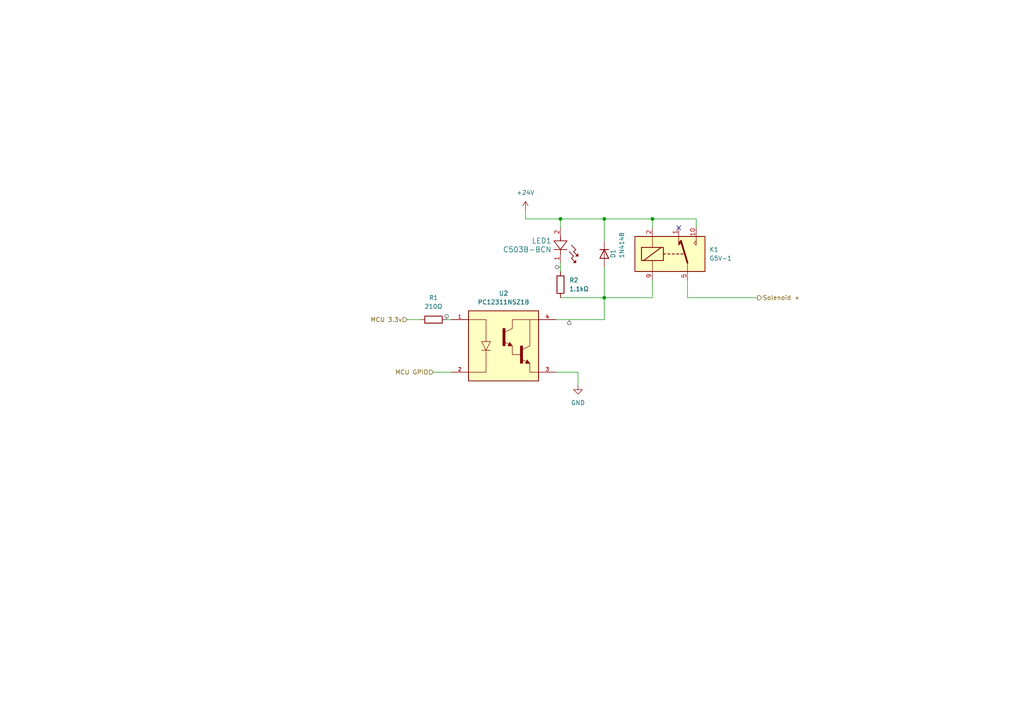
<source format=kicad_sch>
(kicad_sch (version 20230121) (generator eeschema)
  (paper "A4")
  (lib_symbols
    (symbol "CreeLED Blue:C503B-BCN-CV0Z0461" (pin_names (offset 0.254))
      (property "Reference" "LED" (at 5.08 -4.445 0))
      (property "Value" "C503B-BCN" (at 5.08 -7.62 0))
      (symbol "C503B-BCN-CV0Z0461_1_1"
        (polyline (pts (xy 2.54 0) (xy 3.4798 0)) (stroke (width 0.2032)))
        (polyline (pts (xy 3.175 0) (xy 3.81 0)) (stroke (width 0.2032)))
        (polyline (pts (xy 3.81 -1.905) (xy 6.35 0)) (stroke (width 0.2032)))
        (polyline (pts (xy 3.81 1.905) (xy 3.81 -1.905)) (stroke (width 0.2032)))
        (polyline (pts (xy 5.08 3.175) (xy 6.35 4.445)) (stroke (width 0.2032)))
        (polyline (pts (xy 6.35 -1.905) (xy 6.35 1.905)) (stroke (width 0.2032)))
        (polyline (pts (xy 6.35 0) (xy 3.81 1.905)) (stroke (width 0.2032)))
        (polyline (pts (xy 6.35 0) (xy 7.62 0)) (stroke (width 0.2032)))
        (polyline (pts (xy 6.35 4.445) (xy 6.985 3.81)) (stroke (width 0.2032)))
        (polyline (pts (xy 6.985 2.54) (xy 8.255 3.81)) (stroke (width 0.2032)))
        (polyline (pts (xy 6.985 3.81) (xy 8.255 5.08)) (stroke (width 0.2032)))
        (polyline (pts (xy 7.62 5.08) (xy 8.255 4.445)) (stroke (width 0.2032)))
        (polyline (pts (xy 8.255 3.81) (xy 8.89 3.175)) (stroke (width 0.2032)))
        (polyline (pts (xy 8.255 4.445) (xy 8.255 5.08)) (stroke (width 0.2032)))
        (polyline (pts (xy 8.255 5.08) (xy 7.62 5.08)) (stroke (width 0.2032)))
        (polyline (pts (xy 8.89 3.175) (xy 10.16 4.445)) (stroke (width 0.2032)))
        (polyline (pts (xy 9.525 4.445) (xy 10.16 3.81)) (stroke (width 0.2032)))
        (polyline (pts (xy 10.16 3.81) (xy 10.16 4.445)) (stroke (width 0.2032)))
        (polyline (pts (xy 10.16 4.445) (xy 9.525 4.445)) (stroke (width 0.2032)))
        (pin unspecified line (at 10.16 0 180) (length 2.54) (name "") (number "1"))
        (pin unspecified line (at 0 0 0) (length 2.54) (name "") (number "2"))
      )
      (symbol "C503B-BCN-CV0Z0461_1_2"
        (polyline (pts (xy -5.08 7.62) (xy -4.445 8.255)) (stroke (width 0.2032)))
        (polyline (pts (xy -5.08 8.255) (xy -5.08 7.62)) (stroke (width 0.2032)))
        (polyline (pts (xy -4.445 6.35) (xy -3.81 6.985)) (stroke (width 0.2032)))
        (polyline (pts (xy -4.445 8.255) (xy -5.08 8.255)) (stroke (width 0.2032)))
        (polyline (pts (xy -4.445 9.525) (xy -3.81 10.16)) (stroke (width 0.2032)))
        (polyline (pts (xy -4.445 10.16) (xy -4.445 9.525)) (stroke (width 0.2032)))
        (polyline (pts (xy -3.81 6.985) (xy -5.08 8.255)) (stroke (width 0.2032)))
        (polyline (pts (xy -3.81 8.255) (xy -3.175 8.89)) (stroke (width 0.2032)))
        (polyline (pts (xy -3.81 10.16) (xy -4.445 10.16)) (stroke (width 0.2032)))
        (polyline (pts (xy -3.175 5.08) (xy -4.445 6.35)) (stroke (width 0.2032)))
        (polyline (pts (xy -3.175 8.89) (xy -4.445 10.16)) (stroke (width 0.2032)))
        (polyline (pts (xy -2.54 6.985) (xy -3.81 8.255)) (stroke (width 0.2032)))
        (polyline (pts (xy -1.905 3.81) (xy 1.905 3.81)) (stroke (width 0.2032)))
        (polyline (pts (xy 0 2.54) (xy 0 3.4798)) (stroke (width 0.2032)))
        (polyline (pts (xy 0 3.175) (xy 0 3.81)) (stroke (width 0.2032)))
        (polyline (pts (xy 0 6.35) (xy -1.905 3.81)) (stroke (width 0.2032)))
        (polyline (pts (xy 0 6.35) (xy 0 7.62)) (stroke (width 0.2032)))
        (polyline (pts (xy 1.905 3.81) (xy 0 6.35)) (stroke (width 0.2032)))
        (polyline (pts (xy 1.905 6.35) (xy -1.905 6.35)) (stroke (width 0.2032)))
        (pin unspecified line (at 0 10.16 270) (length 2.54) (name "") (number "1"))
        (pin unspecified line (at 0 0 90) (length 2.54) (name "") (number "2"))
      )
    )
    (symbol "Device:R" (pin_numbers hide) (pin_names (offset 0))
      (property "Reference" "R" (at 2.032 0 90))
      (property "Value" "R" (at 0 0 90))
      (symbol "R_0_1"
        (rectangle (start -1.016 -2.54) (end 1.016 2.54) (stroke (width 0.254)))
      )
      (symbol "R_1_1"
        (pin passive line (at 0 3.81 270) (length 1.27) (name "~") (number "1"))
        (pin passive line (at 0 -3.81 90) (length 1.27) (name "~") (number "2"))
      )
    )
    (symbol "Diode:1N4148" (pin_numbers hide) (pin_names hide)
      (property "Reference" "D" (at 0 2.54 0))
      (property "Value" "1N4148" (at 0 -2.54 0))
      (symbol "1N4148_0_1"
        (polyline (pts (xy -1.27 1.27) (xy -1.27 -1.27)) (stroke (width 0.254)))
        (polyline (pts (xy 1.27 0) (xy -1.27 0)))
        (polyline (pts (xy 1.27 1.27) (xy 1.27 -1.27) (xy -1.27 0) (xy 1.27 1.27)) (stroke (width 0.254)))
      )
      (symbol "1N4148_1_1"
        (pin passive line (at -3.81 0 0) (length 2.54) (name "K") (number "1"))
        (pin passive line (at 3.81 0 180) (length 2.54) (name "A") (number "2"))
      )
    )
    (symbol "PC12311NSZ1B:PC12311NSZ1B"
      (property "Reference" "U" (at -11.43 12.7 0))
      (property "Value" "PC12311NSZ1B" (at -11.43 -10.16 0))
      (symbol "PC12311NSZ1B_0_0"
        (rectangle (start -11.43 11.43) (end 8.89 -8.89) (stroke (width 0.254)) (fill (type background)))
        (rectangle (start -1.524 1.27) (end -0.762 6.35) (stroke (width 0.1)) (fill (type outline)))
        (polyline (pts (xy -8.89 -6.35) (xy -11.43 -6.35)) (stroke (width 0.1524)))
        (polyline (pts (xy -8.89 8.89) (xy -11.43 8.89)) (stroke (width 0.1524)))
        (polyline (pts (xy -7.62 2.54) (xy -6.35 0)) (stroke (width 0.1524)))
        (polyline (pts (xy -6.35 -6.35) (xy -8.89 -6.35)) (stroke (width 0.1524)))
        (polyline (pts (xy -6.35 0) (xy -7.62 0)) (stroke (width 0.1524)))
        (polyline (pts (xy -6.35 0) (xy -6.35 -6.35)) (stroke (width 0.1524)))
        (polyline (pts (xy -6.35 0) (xy -5.08 2.54)) (stroke (width 0.1524)))
        (polyline (pts (xy -6.35 2.54) (xy -7.62 2.54)) (stroke (width 0.1524)))
        (polyline (pts (xy -6.35 2.54) (xy -6.35 8.89)) (stroke (width 0.1524)))
        (polyline (pts (xy -6.35 8.89) (xy -8.89 8.89)) (stroke (width 0.1524)))
        (polyline (pts (xy -5.08 0) (xy -6.35 0)) (stroke (width 0.1524)))
        (polyline (pts (xy -5.08 2.54) (xy -6.35 2.54)) (stroke (width 0.1524)))
        (polyline (pts (xy 0 1.27) (xy 0.508 2.286)) (stroke (width 0.1524)))
        (polyline (pts (xy 0.254 1.397) (xy 1.016 1.397)) (stroke (width 0.254)))
        (polyline (pts (xy 0.254 1.524) (xy 0.635 1.524)) (stroke (width 0.254)))
        (polyline (pts (xy 0.27 1.77) (xy -0.962 2.386)) (stroke (width 0.1524)))
        (polyline (pts (xy 0.508 2.032) (xy 0.254 1.524)) (stroke (width 0.254)))
        (polyline (pts (xy 0.508 2.286) (xy 1.27 1.27)) (stroke (width 0.1524)))
        (polyline (pts (xy 0.635 1.524) (xy 0.508 1.778)) (stroke (width 0.254)))
        (polyline (pts (xy 1.016 1.397) (xy 0.508 2.032)) (stroke (width 0.254)))
        (polyline (pts (xy 1.27 -1.27) (xy 3.81 -1.27)) (stroke (width 0.1524)))
        (polyline (pts (xy 1.27 1.27) (xy 0 1.27)) (stroke (width 0.1524)))
        (polyline (pts (xy 1.27 1.27) (xy 1.27 -1.27)) (stroke (width 0.1524)))
        (polyline (pts (xy 1.27 6.35) (xy -0.762 5.334)) (stroke (width 0.1524)))
        (polyline (pts (xy 1.27 6.35) (xy 1.27 8.89)) (stroke (width 0.1524)))
        (polyline (pts (xy 1.27 8.89) (xy 6.35 8.89)) (stroke (width 0.1524)))
        (polyline (pts (xy 5.08 -3.81) (xy 5.588 -2.794)) (stroke (width 0.1524)))
        (polyline (pts (xy 5.334 -3.683) (xy 6.096 -3.683)) (stroke (width 0.254)))
        (polyline (pts (xy 5.334 -3.556) (xy 5.715 -3.556)) (stroke (width 0.254)))
        (polyline (pts (xy 5.35 -3.31) (xy 4.118 -2.694)) (stroke (width 0.1524)))
        (polyline (pts (xy 5.588 -3.048) (xy 5.334 -3.556)) (stroke (width 0.254)))
        (polyline (pts (xy 5.588 -2.794) (xy 6.35 -3.81)) (stroke (width 0.1524)))
        (polyline (pts (xy 5.715 -3.556) (xy 5.588 -3.302)) (stroke (width 0.254)))
        (polyline (pts (xy 6.096 -3.683) (xy 5.588 -3.048)) (stroke (width 0.254)))
        (polyline (pts (xy 6.35 -6.35) (xy 8.89 -6.35)) (stroke (width 0.1524)))
        (polyline (pts (xy 6.35 -3.81) (xy 5.08 -3.81)) (stroke (width 0.1524)))
        (polyline (pts (xy 6.35 -3.81) (xy 6.35 -6.35)) (stroke (width 0.1524)))
        (polyline (pts (xy 6.35 1.27) (xy 4.318 0.254)) (stroke (width 0.1524)))
        (polyline (pts (xy 6.35 1.27) (xy 6.35 8.89)) (stroke (width 0.1524)))
        (polyline (pts (xy 6.35 8.89) (xy 8.89 8.89)) (stroke (width 0.1524)))
        (rectangle (start 3.556 -3.81) (end 4.318 1.27) (stroke (width 0.1)) (fill (type outline)))
        (pin passive line (at -16.51 8.89 0) (length 5.08) (name "~") (number "1"))
        (pin passive line (at -16.51 -6.35 0) (length 5.08) (name "~") (number "2"))
        (pin passive line (at 13.97 -6.35 180) (length 5.08) (name "~") (number "3"))
        (pin passive line (at 13.97 8.89 180) (length 5.08) (name "~") (number "4"))
      )
    )
    (symbol "Relay:G5V-1"
      (property "Reference" "K" (at 11.43 3.81 0))
      (property "Value" "G5V-1" (at 11.43 1.27 0))
      (symbol "G5V-1_0_0"
        (polyline (pts (xy 7.62 5.08) (xy 7.62 2.54) (xy 6.985 3.175) (xy 7.62 3.81)))
      )
      (symbol "G5V-1_0_1"
        (rectangle (start -10.16 5.08) (end 10.16 -5.08) (stroke (width 0.254)) (fill (type background)))
        (rectangle (start -8.255 1.905) (end -1.905 -1.905) (stroke (width 0.254)))
        (polyline (pts (xy -7.62 -1.905) (xy -2.54 1.905)) (stroke (width 0.254)))
        (polyline (pts (xy -5.08 -5.08) (xy -5.08 -1.905)))
        (polyline (pts (xy -5.08 5.08) (xy -5.08 1.905)))
        (polyline (pts (xy -1.905 0) (xy -1.27 0)) (stroke (width 0.254)))
        (polyline (pts (xy -0.635 0) (xy 0 0)) (stroke (width 0.254)))
        (polyline (pts (xy 0.635 0) (xy 1.27 0)) (stroke (width 0.254)))
        (polyline (pts (xy 1.905 0) (xy 2.54 0)) (stroke (width 0.254)))
        (polyline (pts (xy 3.175 0) (xy 3.81 0)) (stroke (width 0.254)))
        (polyline (pts (xy 5.08 -2.54) (xy 3.175 3.81)) (stroke (width 0.508)))
        (polyline (pts (xy 5.08 -2.54) (xy 5.08 -5.08)))
        (polyline (pts (xy 2.54 5.08) (xy 2.54 2.54) (xy 3.175 3.175) (xy 2.54 3.81)) (fill (type outline)))
      )
      (symbol "G5V-1_1_1"
        (pin passive line (at 2.54 7.62 270) (length 2.54) (name "~") (number "1"))
        (pin passive line (at 7.62 7.62 270) (length 2.54) (name "~") (number "10"))
        (pin passive line (at -5.08 7.62 270) (length 2.54) (name "~") (number "2"))
        (pin passive line (at 5.08 -7.62 90) (length 2.54) (name "~") (number "5"))
        (pin passive line (at 5.08 -7.62 90) (length 2.54) hide (name "~") (number "6"))
        (pin passive line (at -5.08 -7.62 90) (length 2.54) (name "~") (number "9"))
      )
    )
    (symbol "power:+24V" (power) (pin_names (offset 0))
      (property "Value" "+24V" (at 0 3.556 0))
      (symbol "+24V_0_1"
        (polyline (pts (xy -0.762 1.27) (xy 0 2.54)))
        (polyline (pts (xy 0 0) (xy 0 2.54)))
        (polyline (pts (xy 0 2.54) (xy 0.762 1.27)))
      )
      (symbol "+24V_1_1"
        (pin power_in line (at 0 0 90) (length 0) hide (name "+24V") (number "1"))
      )
    )
    (symbol "power:GND" (power) (pin_names (offset 0))
      (property "Value" "GND" (at 0 -3.81 0))
      (symbol "GND_0_1"
        (polyline (pts (xy 0 0) (xy 0 -1.27) (xy 1.27 -1.27) (xy 0 -2.54) (xy -1.27 -1.27) (xy 0 -1.27)))
      )
      (symbol "GND_1_1"
        (pin power_in line (at 0 0 270) (length 0) hide (name "GND") (number "1"))
      )
    )
  )
  (junction (at 162.56 63.5))
  (junction (at 189.23 63.5))
  (junction (at 175.26 86.36))
  (junction (at 175.26 63.5))
  (no_connect (at 196.85 66.04))
  (wire (pts (xy 175.26 63.5) (xy 175.26 69.85)))
  (wire (pts (xy 152.4 63.5) (xy 162.56 63.5)))
  (wire (pts (xy 175.26 86.36) (xy 175.26 92.71)))
  (wire (pts (xy 121.92 92.71) (xy 118.11 92.71)))
  (wire (pts (xy 130.81 92.71) (xy 129.54 92.71)))
  (wire (pts (xy 162.56 78.74) (xy 162.56 76.2)))
  (wire (pts (xy 167.64 107.95) (xy 161.29 107.95)))
  (wire (pts (xy 189.23 63.5) (xy 175.26 63.5)))
  (wire (pts (xy 125.73 107.95) (xy 130.81 107.95)))
  (wire (pts (xy 175.26 86.36) (xy 189.23 86.36)))
  (wire (pts (xy 167.64 111.76) (xy 167.64 107.95)))
  (wire (pts (xy 199.39 86.36) (xy 219.71 86.36)))
  (wire (pts (xy 162.56 86.36) (xy 175.26 86.36)))
  (wire (pts (xy 199.39 81.28) (xy 199.39 86.36)))
  (wire (pts (xy 201.93 66.04) (xy 201.93 63.5)))
  (wire (pts (xy 162.56 63.5) (xy 175.26 63.5)))
  (wire (pts (xy 189.23 81.28) (xy 189.23 86.36)))
  (wire (pts (xy 152.4 60.96) (xy 152.4 63.5)))
  (wire (pts (xy 175.26 77.47) (xy 175.26 86.36)))
  (wire (pts (xy 189.23 63.5) (xy 189.23 66.04)))
  (wire (pts (xy 201.93 63.5) (xy 189.23 63.5)))
  (wire (pts (xy 161.29 92.71) (xy 175.26 92.71)))
  (wire (pts (xy 162.56 66.04) (xy 162.56 63.5)))
  (hierarchical_label "MCU 3.3v" (shape input) (at 118.11 92.71 180))
  (hierarchical_label "MCU GPIO" (shape input) (at 125.73 107.95 180))
  (hierarchical_label "Solenoid +" (shape output) (at 219.71 86.36 0))
  (netclass_flag "" (length 1) (shape round) (at 129.54 92.71 0) (property "Netclass" "signal" (effects hide)))
  (netclass_flag "" (length 1) (shape round) (at 165.1 92.71 180) (property "Netclass" "power" (effects hide)))
  (netclass_flag "" (length 1) (shape round) (at 162.56 77.47 90) (property "Netclass" "power" (effects hide)))
  (symbol (lib_id "Relay:G5V-1") (at 194.31 73.66 0) (unit 1)
    (property "Reference" "K1" (at 205.74 72.39 0) (effects (justify left)))
    (property "Value" "G5V-1" (at 205.74 74.93 0) (effects (justify left)))
    (property "Footprint" "Relay_THT:Relay_SPDT_Omron_G5V-1" (effects hide))
    (property "Datasheet" "http://omronfs.omron.com/en_US/ecb/products/pdf/en-g5v_1.pdf" (effects hide))
    (instances (project "ColletAutoFeed_RelayBoard" (path "" (reference "K1") (unit 1)) (path "" (reference "K2") (unit 1)) (path "" (reference "K3") (unit 1)) (path "" (reference "K4") (unit 1)) (path "" (reference "K5") (unit 1)) (path "" (reference "K6") (unit 1)) (path "" (reference "K7") (unit 1)) (path "" (reference "K8") (unit 1))))
  )
  (symbol (lib_id "Device:R") (at 162.56 82.55 0) (unit 1)
    (property "Reference" "R2" (at 165.1 81.28 0) (effects (justify left)))
    (property "Value" "1.1kΩ" (at 165.1 83.82 0) (effects (justify left)))
    (property "Footprint" "Resistor:R_Axial_DIN0204_L3.6mm_D1.6mm_P5.08mm_Horizontal-JW" (effects hide))
    (instances (project "ColletAutoFeed_RelayBoard" (path "" (reference "R2") (unit 1)) (path "" (reference "R4") (unit 1)) (path "" (reference "R8") (unit 1)) (path "" (reference "R12") (unit 1)) (path "" (reference "R16") (unit 1)) (path "" (reference "R6") (unit 1)) (path "" (reference "R10") (unit 1)) (path "" (reference "R14") (unit 1))))
  )
  (symbol (lib_id "PC12311NSZ1B:PC12311NSZ1B") (at 147.32 101.6 0) (unit 1)
    (property "Reference" "U2" (at 146.05 85.09 0))
    (property "Value" "PC12311NSZ1B" (at 146.05 87.63 0))
    (property "Footprint" "PC12311NSZ1B:PC12311NSZ1B" (effects hide))
    (property "Datasheet" "https://datasheet.datasheetarchive.com/originals/distributors/Datasheets_SAMA/562baaf804994183fb5e18c5f5c92935.pdf" (effects hide))
    (property "Height" "4.45" (effects hide))
    (property "Mouser Part Number" "852-PC12311NSZ1B" (effects hide))
    (property "Mouser Price/Stock" "https://www.mouser.co.uk/ProductDetail/Sharp-Microelectronics/PC12311NSZ1B?qs=0lSvoLzn4L8JFTcuQxvmTA%3D%3D" (effects hide))
    (property "Manufacturer_Name" "Sharp Microelectronics" (effects hide))
    (property "Manufacturer_Part_Number" "PC12311NSZ1B" (effects hide))
    (instances (project "ColletAutoFeed_RelayBoard" (path "" (reference "U2") (unit 1)) (path "" (reference "U3") (unit 1)) (path "" (reference "U4") (unit 1)) (path "" (reference "U5") (unit 1)) (path "" (reference "U6") (unit 1)) (path "" (reference "U7") (unit 1)) (path "" (reference "U8") (unit 1)) (path "" (reference "U9") (unit 1))))
  )
  (symbol (lib_id "Device:R") (at 125.73 92.71 90) (unit 1)
    (property "Reference" "R1" (at 125.73 86.36 90))
    (property "Value" "210Ω" (at 125.73 88.9 90))
    (property "Footprint" "Resistor:R_Axial_DIN0204_L3.6mm_D1.6mm_P5.08mm_Horizontal-JW" (effects hide))
    (instances (project "ColletAutoFeed_RelayBoard" (path "" (reference "R1") (unit 1)) (path "" (reference "R3") (unit 1)) (path "" (reference "R7") (unit 1)) (path "" (reference "R11") (unit 1)) (path "" (reference "R15") (unit 1)) (path "" (reference "R5") (unit 1)) (path "" (reference "R9") (unit 1)) (path "" (reference "R13") (unit 1))))
  )
  (symbol (lib_id "CreeLED Blue:C503B-BCN-CV0Z0461") (at 162.56 66.04 270) (unit 1)
    (property "Reference" "LED1" (at 160.02 69.85 90) (effects (font (size 1.524 1.524)) (justify right)))
    (property "Value" "C503B-BCN" (at 160.02 72.39 90) (effects (font (size 1.524 1.524)) (justify right)))
    (property "Footprint" "CreeLED Blue:C503B_BCN_CV0Z0461" (effects hide))
    (property "Datasheet" "C503B-BCN-CV0Z0461" (effects hide))
    (instances (project "ColletAutoFeed_RelayBoard" (path "" (reference "LED1") (unit 1)) (path "" (reference "LED2") (unit 1)) (path "" (reference "LED3") (unit 1)) (path "" (reference "LED4") (unit 1)) (path "" (reference "LED5") (unit 1)) (path "" (reference "LED6") (unit 1)) (path "" (reference "LED7") (unit 1)) (path "" (reference "LED8") (unit 1))))
  )
  (symbol (lib_id "Diode:1N4148") (at 175.26 73.66 270) (unit 1)
    (property "Reference" "D1" (at 177.8 74.93 0) (effects (justify right)))
    (property "Value" "1N4148" (at 180.34 74.93 0) (effects (justify right)))
    (property "Footprint" "Diode_THT:D_DO-35_SOD27_P7.62mm_Horizontal-JW" (effects hide))
    (property "Datasheet" "https://assets.nexperia.com/documents/data-sheet/1N4148_1N4448.pdf" (effects hide))
    (property "Sim.Device" "D" (effects hide))
    (property "Sim.Pins" "1=K 2=A" (effects hide))
    (instances (project "ColletAutoFeed_RelayBoard" (path "" (reference "D1") (unit 1)) (path "" (reference "D2") (unit 1)) (path "" (reference "D4") (unit 1)) (path "" (reference "D6") (unit 1)) (path "" (reference "D8") (unit 1)) (path "" (reference "D3") (unit 1)) (path "" (reference "D5") (unit 1)) (path "" (reference "D7") (unit 1))))
  )
  (symbol (lib_id "power:GND") (at 167.64 111.76 0) (unit 1)
    (property "Reference" "#PWR04" (effects hide))
    (property "Value" "GND" (at 167.64 116.84 0))
    (instances (project "ColletAutoFeed_RelayBoard" (path "" (reference "#PWR04") (unit 1)) (path "" (reference "#PWR06") (unit 1)) (path "" (reference "#PWR08") (unit 1)) (path "" (reference "#PWR010") (unit 1)) (path "" (reference "#PWR012") (unit 1)) (path "" (reference "#PWR014") (unit 1)) (path "" (reference "#PWR016") (unit 1)) (path "" (reference "#PWR018") (unit 1))))
  )
  (symbol (lib_id "power:+24V") (at 152.4 60.96 0) (unit 1)
    (property "Reference" "#PWR03" (effects hide))
    (property "Value" "+24V" (at 152.4 55.88 0))
    (instances (project "ColletAutoFeed_RelayBoard" (path "" (reference "#PWR03") (unit 1)) (path "" (reference "#PWR05") (unit 1)) (path "" (reference "#PWR07") (unit 1)) (path "" (reference "#PWR09") (unit 1)) (path "" (reference "#PWR011") (unit 1)) (path "" (reference "#PWR013") (unit 1)) (path "" (reference "#PWR015") (unit 1)) (path "" (reference "#PWR017") (unit 1))))
  )
)
</source>
